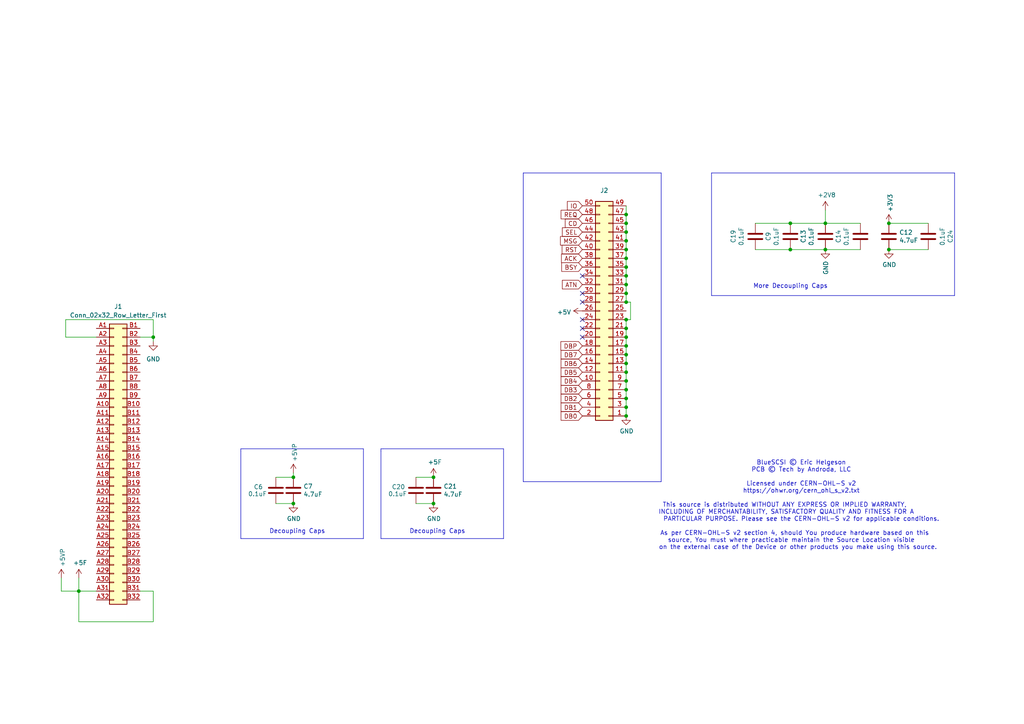
<source format=kicad_sch>
(kicad_sch (version 20231120) (generator "eeschema") (generator_version "8.0")
  (paper "A4")
  (title_block (title "BlueSCSI V2, Desktop 50 Pin, Top Connector, 2023.10a") (date "October 2023") (rev "1") (company "Tech by Androda, LLC"))
  (lib_symbols
    (symbol "Connector_Generic:Conn_02x25_Odd_Even" (pin_names (offset 1.016) hide)
      (property "Reference" "J" (at 1.27 33.02 0))
      (property "Value" "Conn_02x25_Odd_Even" (at 1.27 -33.02 0))
      (symbol "Conn_02x25_Odd_Even_1_1"
        (rectangle (start -1.27 -30.353) (end 0 -30.607) (stroke (width 0.1524)))
        (rectangle (start -1.27 -27.813) (end 0 -28.067) (stroke (width 0.1524)))
        (rectangle (start -1.27 -25.273) (end 0 -25.527) (stroke (width 0.1524)))
        (rectangle (start -1.27 -22.733) (end 0 -22.987) (stroke (width 0.1524)))
        (rectangle (start -1.27 -20.193) (end 0 -20.447) (stroke (width 0.1524)))
        (rectangle (start -1.27 -17.653) (end 0 -17.907) (stroke (width 0.1524)))
        (rectangle (start -1.27 -15.113) (end 0 -15.367) (stroke (width 0.1524)))
        (rectangle (start -1.27 -12.573) (end 0 -12.827) (stroke (width 0.1524)))
        (rectangle (start -1.27 -10.033) (end 0 -10.287) (stroke (width 0.1524)))
        (rectangle (start -1.27 -7.493) (end 0 -7.747) (stroke (width 0.1524)))
        (rectangle (start -1.27 -4.953) (end 0 -5.207) (stroke (width 0.1524)))
        (rectangle (start -1.27 -2.413) (end 0 -2.667) (stroke (width 0.1524)))
        (rectangle (start -1.27 0.127) (end 0 -0.127) (stroke (width 0.1524)))
        (rectangle (start -1.27 2.667) (end 0 2.413) (stroke (width 0.1524)))
        (rectangle (start -1.27 5.207) (end 0 4.953) (stroke (width 0.1524)))
        (rectangle (start -1.27 7.747) (end 0 7.493) (stroke (width 0.1524)))
        (rectangle (start -1.27 10.287) (end 0 10.033) (stroke (width 0.1524)))
        (rectangle (start -1.27 12.827) (end 0 12.573) (stroke (width 0.1524)))
        (rectangle (start -1.27 15.367) (end 0 15.113) (stroke (width 0.1524)))
        (rectangle (start -1.27 17.907) (end 0 17.653) (stroke (width 0.1524)))
        (rectangle (start -1.27 20.447) (end 0 20.193) (stroke (width 0.1524)))
        (rectangle (start -1.27 22.987) (end 0 22.733) (stroke (width 0.1524)))
        (rectangle (start -1.27 25.527) (end 0 25.273) (stroke (width 0.1524)))
        (rectangle (start -1.27 28.067) (end 0 27.813) (stroke (width 0.1524)))
        (rectangle (start -1.27 30.607) (end 0 30.353) (stroke (width 0.1524)))
        (rectangle (start -1.27 31.75) (end 3.81 -31.75) (stroke (width 0.254)) (fill (type background)))
        (rectangle (start 3.81 -30.353) (end 2.54 -30.607) (stroke (width 0.1524)))
        (rectangle (start 3.81 -27.813) (end 2.54 -28.067) (stroke (width 0.1524)))
        (rectangle (start 3.81 -25.273) (end 2.54 -25.527) (stroke (width 0.1524)))
        (rectangle (start 3.81 -22.733) (end 2.54 -22.987) (stroke (width 0.1524)))
        (rectangle (start 3.81 -20.193) (end 2.54 -20.447) (stroke (width 0.1524)))
        (rectangle (start 3.81 -17.653) (end 2.54 -17.907) (stroke (width 0.1524)))
        (rectangle (start 3.81 -15.113) (end 2.54 -15.367) (stroke (width 0.1524)))
        (rectangle (start 3.81 -12.573) (end 2.54 -12.827) (stroke (width 0.1524)))
        (rectangle (start 3.81 -10.033) (end 2.54 -10.287) (stroke (width 0.1524)))
        (rectangle (start 3.81 -7.493) (end 2.54 -7.747) (stroke (width 0.1524)))
        (rectangle (start 3.81 -4.953) (end 2.54 -5.207) (stroke (width 0.1524)))
        (rectangle (start 3.81 -2.413) (end 2.54 -2.667) (stroke (width 0.1524)))
        (rectangle (start 3.81 0.127) (end 2.54 -0.127) (stroke (width 0.1524)))
        (rectangle (start 3.81 2.667) (end 2.54 2.413) (stroke (width 0.1524)))
        (rectangle (start 3.81 5.207) (end 2.54 4.953) (stroke (width 0.1524)))
        (rectangle (start 3.81 7.747) (end 2.54 7.493) (stroke (width 0.1524)))
        (rectangle (start 3.81 10.287) (end 2.54 10.033) (stroke (width 0.1524)))
        (rectangle (start 3.81 12.827) (end 2.54 12.573) (stroke (width 0.1524)))
        (rectangle (start 3.81 15.367) (end 2.54 15.113) (stroke (width 0.1524)))
        (rectangle (start 3.81 17.907) (end 2.54 17.653) (stroke (width 0.1524)))
        (rectangle (start 3.81 20.447) (end 2.54 20.193) (stroke (width 0.1524)))
        (rectangle (start 3.81 22.987) (end 2.54 22.733) (stroke (width 0.1524)))
        (rectangle (start 3.81 25.527) (end 2.54 25.273) (stroke (width 0.1524)))
        (rectangle (start 3.81 28.067) (end 2.54 27.813) (stroke (width 0.1524)))
        (rectangle (start 3.81 30.607) (end 2.54 30.353) (stroke (width 0.1524)))
        (pin passive line (at -5.08 30.48 0) (length 3.81) (name "Pin_1") (number "1"))
        (pin passive line (at 7.62 20.32 180) (length 3.81) (name "Pin_10") (number "10"))
        (pin passive line (at -5.08 17.78 0) (length 3.81) (name "Pin_11") (number "11"))
        (pin passive line (at 7.62 17.78 180) (length 3.81) (name "Pin_12") (number "12"))
        (pin passive line (at -5.08 15.24 0) (length 3.81) (name "Pin_13") (number "13"))
        (pin passive line (at 7.62 15.24 180) (length 3.81) (name "Pin_14") (number "14"))
        (pin passive line (at -5.08 12.7 0) (length 3.81) (name "Pin_15") (number "15"))
        (pin passive line (at 7.62 12.7 180) (length 3.81) (name "Pin_16") (number "16"))
        (pin passive line (at -5.08 10.16 0) (length 3.81) (name "Pin_17") (number "17"))
        (pin passive line (at 7.62 10.16 180) (length 3.81) (name "Pin_18") (number "18"))
        (pin passive line (at -5.08 7.62 0) (length 3.81) (name "Pin_19") (number "19"))
        (pin passive line (at 7.62 30.48 180) (length 3.81) (name "Pin_2") (number "2"))
        (pin passive line (at 7.62 7.62 180) (length 3.81) (name "Pin_20") (number "20"))
        (pin passive line (at -5.08 5.08 0) (length 3.81) (name "Pin_21") (number "21"))
        (pin passive line (at 7.62 5.08 180) (length 3.81) (name "Pin_22") (number "22"))
        (pin passive line (at -5.08 2.54 0) (length 3.81) (name "Pin_23") (number "23"))
        (pin passive line (at 7.62 2.54 180) (length 3.81) (name "Pin_24") (number "24"))
        (pin passive line (at -5.08 0 0) (length 3.81) (name "Pin_25") (number "25"))
        (pin passive line (at 7.62 0 180) (length 3.81) (name "Pin_26") (number "26"))
        (pin passive line (at -5.08 -2.54 0) (length 3.81) (name "Pin_27") (number "27"))
        (pin passive line (at 7.62 -2.54 180) (length 3.81) (name "Pin_28") (number "28"))
        (pin passive line (at -5.08 -5.08 0) (length 3.81) (name "Pin_29") (number "29"))
        (pin passive line (at -5.08 27.94 0) (length 3.81) (name "Pin_3") (number "3"))
        (pin passive line (at 7.62 -5.08 180) (length 3.81) (name "Pin_30") (number "30"))
        (pin passive line (at -5.08 -7.62 0) (length 3.81) (name "Pin_31") (number "31"))
        (pin passive line (at 7.62 -7.62 180) (length 3.81) (name "Pin_32") (number "32"))
        (pin passive line (at -5.08 -10.16 0) (length 3.81) (name "Pin_33") (number "33"))
        (pin passive line (at 7.62 -10.16 180) (length 3.81) (name "Pin_34") (number "34"))
        (pin passive line (at -5.08 -12.7 0) (length 3.81) (name "Pin_35") (number "35"))
        (pin passive line (at 7.62 -12.7 180) (length 3.81) (name "Pin_36") (number "36"))
        (pin passive line (at -5.08 -15.24 0) (length 3.81) (name "Pin_37") (number "37"))
        (pin passive line (at 7.62 -15.24 180) (length 3.81) (name "Pin_38") (number "38"))
        (pin passive line (at -5.08 -17.78 0) (length 3.81) (name "Pin_39") (number "39"))
        (pin passive line (at 7.62 27.94 180) (length 3.81) (name "Pin_4") (number "4"))
        (pin passive line (at 7.62 -17.78 180) (length 3.81) (name "Pin_40") (number "40"))
        (pin passive line (at -5.08 -20.32 0) (length 3.81) (name "Pin_41") (number "41"))
        (pin passive line (at 7.62 -20.32 180) (length 3.81) (name "Pin_42") (number "42"))
        (pin passive line (at -5.08 -22.86 0) (length 3.81) (name "Pin_43") (number "43"))
        (pin passive line (at 7.62 -22.86 180) (length 3.81) (name "Pin_44") (number "44"))
        (pin passive line (at -5.08 -25.4 0) (length 3.81) (name "Pin_45") (number "45"))
        (pin passive line (at 7.62 -25.4 180) (length 3.81) (name "Pin_46") (number "46"))
        (pin passive line (at -5.08 -27.94 0) (length 3.81) (name "Pin_47") (number "47"))
        (pin passive line (at 7.62 -27.94 180) (length 3.81) (name "Pin_48") (number "48"))
        (pin passive line (at -5.08 -30.48 0) (length 3.81) (name "Pin_49") (number "49"))
        (pin passive line (at -5.08 25.4 0) (length 3.81) (name "Pin_5") (number "5"))
        (pin passive line (at 7.62 -30.48 180) (length 3.81) (name "Pin_50") (number "50"))
        (pin passive line (at 7.62 25.4 180) (length 3.81) (name "Pin_6") (number "6"))
        (pin passive line (at -5.08 22.86 0) (length 3.81) (name "Pin_7") (number "7"))
        (pin passive line (at 7.62 22.86 180) (length 3.81) (name "Pin_8") (number "8"))
        (pin passive line (at -5.08 20.32 0) (length 3.81) (name "Pin_9") (number "9"))
      )
    )
    (symbol "Connector_Generic:Conn_02x32_Row_Letter_First" (pin_names (offset 1.016) hide)
      (property "Reference" "J1" (at 1.27 44.45 0))
      (property "Value" "Conn_02x32_Row_Letter_First" (at 1.27 41.91 0))
      (symbol "Conn_02x32_Row_Letter_First_1_1"
        (rectangle (start -1.27 -40.513) (end 0 -40.767) (stroke (width 0.1524)))
        (rectangle (start -1.27 -37.973) (end 0 -38.227) (stroke (width 0.1524)))
        (rectangle (start -1.27 -35.433) (end 0 -35.687) (stroke (width 0.1524)))
        (rectangle (start -1.27 -32.893) (end 0 -33.147) (stroke (width 0.1524)))
        (rectangle (start -1.27 -30.353) (end 0 -30.607) (stroke (width 0.1524)))
        (rectangle (start -1.27 -27.813) (end 0 -28.067) (stroke (width 0.1524)))
        (rectangle (start -1.27 -25.273) (end 0 -25.527) (stroke (width 0.1524)))
        (rectangle (start -1.27 -22.733) (end 0 -22.987) (stroke (width 0.1524)))
        (rectangle (start -1.27 -20.193) (end 0 -20.447) (stroke (width 0.1524)))
        (rectangle (start -1.27 -17.653) (end 0 -17.907) (stroke (width 0.1524)))
        (rectangle (start -1.27 -15.113) (end 0 -15.367) (stroke (width 0.1524)))
        (rectangle (start -1.27 -12.573) (end 0 -12.827) (stroke (width 0.1524)))
        (rectangle (start -1.27 -10.033) (end 0 -10.287) (stroke (width 0.1524)))
        (rectangle (start -1.27 -7.493) (end 0 -7.747) (stroke (width 0.1524)))
        (rectangle (start -1.27 -4.953) (end 0 -5.207) (stroke (width 0.1524)))
        (rectangle (start -1.27 -2.413) (end 0 -2.667) (stroke (width 0.1524)))
        (rectangle (start -1.27 0.127) (end 0 -0.127) (stroke (width 0.1524)))
        (rectangle (start -1.27 2.667) (end 0 2.413) (stroke (width 0.1524)))
        (rectangle (start -1.27 5.207) (end 0 4.953) (stroke (width 0.1524)))
        (rectangle (start -1.27 7.747) (end 0 7.493) (stroke (width 0.1524)))
        (rectangle (start -1.27 10.287) (end 0 10.033) (stroke (width 0.1524)))
        (rectangle (start -1.27 12.827) (end 0 12.573) (stroke (width 0.1524)))
        (rectangle (start -1.27 15.367) (end 0 15.113) (stroke (width 0.1524)))
        (rectangle (start -1.27 17.907) (end 0 17.653) (stroke (width 0.1524)))
        (rectangle (start -1.27 20.447) (end 0 20.193) (stroke (width 0.1524)))
        (rectangle (start -1.27 22.987) (end 0 22.733) (stroke (width 0.1524)))
        (rectangle (start -1.27 25.527) (end 0 25.273) (stroke (width 0.1524)))
        (rectangle (start -1.27 28.067) (end 0 27.813) (stroke (width 0.1524)))
        (rectangle (start -1.27 30.607) (end 0 30.353) (stroke (width 0.1524)))
        (rectangle (start -1.27 33.147) (end 0 32.893) (stroke (width 0.1524)))
        (rectangle (start -1.27 35.687) (end 0 35.433) (stroke (width 0.1524)))
        (rectangle (start -1.27 38.227) (end 0 37.973) (stroke (width 0.1524)))
        (rectangle (start -1.27 39.37) (end 3.81 -41.91) (stroke (width 0.254)) (fill (type background)))
        (rectangle (start 3.81 -40.513) (end 2.54 -40.767) (stroke (width 0.1524)))
        (rectangle (start 3.81 -37.973) (end 2.54 -38.227) (stroke (width 0.1524)))
        (rectangle (start 3.81 -35.433) (end 2.54 -35.687) (stroke (width 0.1524)))
        (rectangle (start 3.81 -32.893) (end 2.54 -33.147) (stroke (width 0.1524)))
        (rectangle (start 3.81 -30.353) (end 2.54 -30.607) (stroke (width 0.1524)))
        (rectangle (start 3.81 -27.813) (end 2.54 -28.067) (stroke (width 0.1524)))
        (rectangle (start 3.81 -25.273) (end 2.54 -25.527) (stroke (width 0.1524)))
        (rectangle (start 3.81 -22.733) (end 2.54 -22.987) (stroke (width 0.1524)))
        (rectangle (start 3.81 -20.193) (end 2.54 -20.447) (stroke (width 0.1524)))
        (rectangle (start 3.81 -17.653) (end 2.54 -17.907) (stroke (width 0.1524)))
        (rectangle (start 3.81 -15.113) (end 2.54 -15.367) (stroke (width 0.1524)))
        (rectangle (start 3.81 -12.573) (end 2.54 -12.827) (stroke (width 0.1524)))
        (rectangle (start 3.81 -10.033) (end 2.54 -10.287) (stroke (width 0.1524)))
        (rectangle (start 3.81 -7.493) (end 2.54 -7.747) (stroke (width 0.1524)))
        (rectangle (start 3.81 -4.953) (end 2.54 -5.207) (stroke (width 0.1524)))
        (rectangle (start 3.81 -2.413) (end 2.54 -2.667) (stroke (width 0.1524)))
        (rectangle (start 3.81 0.127) (end 2.54 -0.127) (stroke (width 0.1524)))
        (rectangle (start 3.81 2.667) (end 2.54 2.413) (stroke (width 0.1524)))
        (rectangle (start 3.81 5.207) (end 2.54 4.953) (stroke (width 0.1524)))
        (rectangle (start 3.81 7.747) (end 2.54 7.493) (stroke (width 0.1524)))
        (rectangle (start 3.81 10.287) (end 2.54 10.033) (stroke (width 0.1524)))
        (rectangle (start 3.81 12.827) (end 2.54 12.573) (stroke (width 0.1524)))
        (rectangle (start 3.81 15.367) (end 2.54 15.113) (stroke (width 0.1524)))
        (rectangle (start 3.81 17.907) (end 2.54 17.653) (stroke (width 0.1524)))
        (rectangle (start 3.81 20.447) (end 2.54 20.193) (stroke (width 0.1524)))
        (rectangle (start 3.81 22.987) (end 2.54 22.733) (stroke (width 0.1524)))
        (rectangle (start 3.81 25.527) (end 2.54 25.273) (stroke (width 0.1524)))
        (rectangle (start 3.81 28.067) (end 2.54 27.813) (stroke (width 0.1524)))
        (rectangle (start 3.81 30.607) (end 2.54 30.353) (stroke (width 0.1524)))
        (rectangle (start 3.81 33.147) (end 2.54 32.893) (stroke (width 0.1524)))
        (rectangle (start 3.81 35.687) (end 2.54 35.433) (stroke (width 0.1524)))
        (rectangle (start 3.81 38.227) (end 2.54 37.973) (stroke (width 0.1524)))
        (pin passive line (at -5.08 38.1 0) (length 3.81) (name "Pin_a1") (number "A1"))
        (pin passive line (at -5.08 15.24 0) (length 3.81) (name "Pin_a10") (number "A10"))
        (pin passive line (at -5.08 12.7 0) (length 3.81) (name "Pin_a11") (number "A11"))
        (pin passive line (at -5.08 10.16 0) (length 3.81) (name "Pin_a12") (number "A12"))
        (pin passive line (at -5.08 7.62 0) (length 3.81) (name "Pin_a13") (number "A13"))
        (pin passive line (at -5.08 5.08 0) (length 3.81) (name "Pin_a14") (number "A14"))
        (pin passive line (at -5.08 2.54 0) (length 3.81) (name "Pin_a15") (number "A15"))
        (pin passive line (at -5.08 0 0) (length 3.81) (name "Pin_a16") (number "A16"))
        (pin passive line (at -5.08 -2.54 0) (length 3.81) (name "Pin_a17") (number "A17"))
        (pin passive line (at -5.08 -5.08 0) (length 3.81) (name "Pin_a18") (number "A18"))
        (pin passive line (at -5.08 -7.62 0) (length 3.81) (name "Pin_a19") (number "A19"))
        (pin passive line (at -5.08 35.56 0) (length 3.81) (name "Pin_a2") (number "A2"))
        (pin passive line (at -5.08 -10.16 0) (length 3.81) (name "Pin_a20") (number "A20"))
        (pin passive line (at -5.08 -12.7 0) (length 3.81) (name "Pin_a21") (number "A21"))
        (pin passive line (at -5.08 -15.24 0) (length 3.81) (name "Pin_a22") (number "A22"))
        (pin passive line (at -5.08 -17.78 0) (length 3.81) (name "Pin_a23") (number "A23"))
        (pin passive line (at -5.08 -20.32 0) (length 3.81) (name "Pin_a24") (number "A24"))
        (pin passive line (at -5.08 -22.86 0) (length 3.81) (name "Pin_a25") (number "A25"))
        (pin passive line (at -5.08 -25.4 0) (length 3.81) (name "Pin_a26") (number "A26"))
        (pin passive line (at -5.08 -27.94 0) (length 3.81) (name "Pin_a27") (number "A27"))
        (pin passive line (at -5.08 -30.48 0) (length 3.81) (name "Pin_a28") (number "A28"))
        (pin passive line (at -5.08 -33.02 0) (length 3.81) (name "Pin_a29") (number "A29"))
        (pin passive line (at -5.08 33.02 0) (length 3.81) (name "Pin_a3") (number "A3"))
        (pin passive line (at -5.08 -35.56 0) (length 3.81) (name "Pin_a30") (number "A30"))
        (pin passive line (at -5.08 -38.1 0) (length 3.81) (name "Pin_a31") (number "A31"))
        (pin passive line (at -5.08 -40.64 0) (length 3.81) (name "Pin_a32") (number "A32"))
        (pin passive line (at -5.08 30.48 0) (length 3.81) (name "Pin_a4") (number "A4"))
        (pin passive line (at -5.08 27.94 0) (length 3.81) (name "Pin_a5") (number "A5"))
        (pin passive line (at -5.08 25.4 0) (length 3.81) (name "Pin_a6") (number "A6"))
        (pin passive line (at -5.08 22.86 0) (length 3.81) (name "Pin_a7") (number "A7"))
        (pin passive line (at -5.08 20.32 0) (length 3.81) (name "Pin_a8") (number "A8"))
        (pin passive line (at -5.08 17.78 0) (length 3.81) (name "Pin_a9") (number "A9"))
        (pin passive line (at 7.62 38.1 180) (length 3.81) (name "Pin_b1") (number "B1"))
        (pin passive line (at 7.62 15.24 180) (length 3.81) (name "Pin_b10") (number "B10"))
        (pin passive line (at 7.62 12.7 180) (length 3.81) (name "Pin_b11") (number "B11"))
        (pin passive line (at 7.62 10.16 180) (length 3.81) (name "Pin_b12") (number "B12"))
        (pin passive line (at 7.62 7.62 180) (length 3.81) (name "Pin_b13") (number "B13"))
        (pin passive line (at 7.62 5.08 180) (length 3.81) (name "Pin_b14") (number "B14"))
        (pin passive line (at 7.62 2.54 180) (length 3.81) (name "Pin_b15") (number "B15"))
        (pin passive line (at 7.62 0 180) (length 3.81) (name "Pin_b16") (number "B16"))
        (pin passive line (at 7.62 -2.54 180) (length 3.81) (name "Pin_b17") (number "B17"))
        (pin passive line (at 7.62 -5.08 180) (length 3.81) (name "Pin_b18") (number "B18"))
        (pin passive line (at 7.62 -7.62 180) (length 3.81) (name "Pin_b19") (number "B19"))
        (pin passive line (at 7.62 35.56 180) (length 3.81) (name "Pin_b2") (number "B2"))
        (pin passive line (at 7.62 -10.16 180) (length 3.81) (name "Pin_b20") (number "B20"))
        (pin passive line (at 7.62 -12.7 180) (length 3.81) (name "Pin_b21") (number "B21"))
        (pin passive line (at 7.62 -15.24 180) (length 3.81) (name "Pin_b22") (number "B22"))
        (pin passive line (at 7.62 -17.78 180) (length 3.81) (name "Pin_b23") (number "B23"))
        (pin passive line (at 7.62 -20.32 180) (length 3.81) (name "Pin_b24") (number "B24"))
        (pin passive line (at 7.62 -22.86 180) (length 3.81) (name "Pin_b25") (number "B25"))
        (pin passive line (at 7.62 -25.4 180) (length 3.81) (name "Pin_b26") (number "B26"))
        (pin passive line (at 7.62 -27.94 180) (length 3.81) (name "Pin_b27") (number "B27"))
        (pin passive line (at 7.62 -30.48 180) (length 3.81) (name "Pin_b28") (number "B28"))
        (pin passive line (at 7.62 -33.02 180) (length 3.81) (name "Pin_b29") (number "B29"))
        (pin passive line (at 7.62 33.02 180) (length 3.81) (name "Pin_b3") (number "B3"))
        (pin passive line (at 7.62 -35.56 180) (length 3.81) (name "Pin_b30") (number "B30"))
        (pin passive line (at 7.62 -38.1 180) (length 3.81) (name "Pin_b31") (number "B31"))
        (pin passive line (at 7.62 -40.64 180) (length 3.81) (name "Pin_b32") (number "B32"))
        (pin passive line (at 7.62 30.48 180) (length 3.81) (name "Pin_b4") (number "B4"))
        (pin passive line (at 7.62 27.94 180) (length 3.81) (name "Pin_b5") (number "B5"))
        (pin passive line (at 7.62 25.4 180) (length 3.81) (name "Pin_b6") (number "B6"))
        (pin passive line (at 7.62 22.86 180) (length 3.81) (name "Pin_b7") (number "B7"))
        (pin passive line (at 7.62 20.32 180) (length 3.81) (name "Pin_b8") (number "B8"))
        (pin passive line (at 7.62 17.78 180) (length 3.81) (name "Pin_b9") (number "B9"))
      )
    )
    (symbol "Device:C" (pin_numbers hide) (pin_names (offset 0.254))
      (property "Reference" "C" (at 0.635 2.54 0))
      (property "Value" "C" (at 0.635 -2.54 0))
      (symbol "C_0_1"
        (polyline (pts (xy -2.032 -0.762) (xy 2.032 -0.762)) (stroke (width 0.508)))
        (polyline (pts (xy -2.032 0.762) (xy 2.032 0.762)) (stroke (width 0.508)))
      )
      (symbol "C_1_1"
        (pin passive line (at 0 3.81 270) (length 2.794) (name "~") (number "1"))
        (pin passive line (at 0 -3.81 90) (length 2.794) (name "~") (number "2"))
      )
    )
    (symbol "GND_1" (power) (pin_numbers hide) (pin_names (offset 0) hide)
      (property "Value" "GND" (at 0 -3.81 0))
      (symbol "GND_1_0_1"
        (polyline (pts (xy 0 0) (xy 0 -1.27) (xy 1.27 -1.27) (xy 0 -2.54) (xy -1.27 -1.27) (xy 0 -1.27)))
      )
      (symbol "GND_1_1_1"
        (pin power_in line (at 0 0 270) (length 0) (name "~") (number "1"))
      )
    )
    (symbol "custom_symbols:+5V_TPWR" (power) (pin_names (offset 0))
      (property "Value" "custom_symbols_+5V_TPWR" (at 0 3.556 0))
      (symbol "+5V_TPWR_0_1"
        (polyline (pts (xy -0.762 1.27) (xy 0 2.54)))
        (polyline (pts (xy 0 0) (xy 0 2.54)))
        (polyline (pts (xy 0 2.54) (xy 0.762 1.27)))
      )
      (symbol "+5V_TPWR_1_1"
        (pin power_in line (at 0 0 90) (length 0) hide (name "+5V") (number "1"))
      )
    )
    (symbol "power:+2V8" (power) (pin_names (offset 0))
      (property "Value" "+2V8" (at 0 3.556 0))
      (symbol "+2V8_0_1"
        (polyline (pts (xy -0.762 1.27) (xy 0 2.54)))
        (polyline (pts (xy 0 0) (xy 0 2.54)))
        (polyline (pts (xy 0 2.54) (xy 0.762 1.27)))
      )
      (symbol "+2V8_1_1"
        (pin power_in line (at 0 0 90) (length 0) hide (name "+2V8") (number "1"))
      )
    )
    (symbol "power:+3V3" (power) (pin_names (offset 0))
      (property "Value" "+3V3" (at 0 3.556 0))
      (symbol "+3V3_0_1"
        (polyline (pts (xy -0.762 1.27) (xy 0 2.54)))
        (polyline (pts (xy 0 0) (xy 0 2.54)))
        (polyline (pts (xy 0 2.54) (xy 0.762 1.27)))
      )
      (symbol "+3V3_1_1"
        (pin power_in line (at 0 0 90) (length 0) hide (name "+3V3") (number "1"))
      )
    )
    (symbol "power:+5F" (power) (pin_names (offset 0))
      (property "Value" "+5F" (at 0 3.556 0))
      (symbol "+5F_0_1"
        (polyline (pts (xy -0.762 1.27) (xy 0 2.54)))
        (polyline (pts (xy 0 0) (xy 0 2.54)))
        (polyline (pts (xy 0 2.54) (xy 0.762 1.27)))
      )
      (symbol "+5F_1_1"
        (pin power_in line (at 0 0 90) (length 0) hide (name "+5F") (number "1"))
      )
    )
    (symbol "power:+5VP" (power) (pin_names (offset 0))
      (property "Value" "+5VP" (at 0 3.556 0))
      (symbol "+5VP_0_1"
        (polyline (pts (xy -0.762 1.27) (xy 0 2.54)))
        (polyline (pts (xy 0 0) (xy 0 2.54)))
        (polyline (pts (xy 0 2.54) (xy 0.762 1.27)))
      )
      (symbol "+5VP_1_1"
        (pin power_in line (at 0 0 90) (length 0) hide (name "+5VP") (number "1"))
      )
    )
    (symbol "power:GND" (power) (pin_names (offset 0))
      (property "Value" "GND" (at 0 -3.81 0))
      (symbol "GND_0_1"
        (polyline (pts (xy 0 0) (xy 0 -1.27) (xy 1.27 -1.27) (xy 0 -2.54) (xy -1.27 -1.27) (xy 0 -1.27)))
      )
      (symbol "GND_1_1"
        (pin power_in line (at 0 0 270) (length 0) hide (name "GND") (number "1"))
      )
    )
  )
  (junction (at 181.61 67.31))
  (junction (at 181.61 69.85))
  (junction (at 22.86 171.45))
  (junction (at 181.61 72.39))
  (junction (at 181.61 118.11))
  (junction (at 181.61 95.25))
  (junction (at 239.395 72.39))
  (junction (at 181.61 110.49))
  (junction (at 125.73 146.05))
  (junction (at 181.61 77.47))
  (junction (at 181.61 113.03))
  (junction (at 181.61 80.01))
  (junction (at 181.61 107.95))
  (junction (at 239.395 64.77))
  (junction (at 181.61 87.63))
  (junction (at 181.61 102.87))
  (junction (at 181.61 120.65))
  (junction (at 181.61 97.79))
  (junction (at 181.61 100.33))
  (junction (at 181.61 115.57))
  (junction (at 181.61 62.23))
  (junction (at 229.235 72.39))
  (junction (at 125.73 138.43))
  (junction (at 181.61 82.55))
  (junction (at 181.61 74.93))
  (junction (at 257.81 72.39))
  (junction (at 181.61 92.71))
  (junction (at 181.61 64.77))
  (junction (at 85.09 138.43))
  (junction (at 181.61 85.09))
  (junction (at 229.235 64.77))
  (junction (at 85.09 146.05))
  (junction (at 44.45 97.79))
  (junction (at 181.61 105.41))
  (junction (at 257.81 64.77))
  (no_connect (at 168.91 80.01))
  (no_connect (at 168.91 87.63))
  (no_connect (at 168.91 95.25))
  (no_connect (at 168.91 92.71))
  (no_connect (at 168.91 97.79))
  (no_connect (at 168.91 85.09))
  (wire (pts (xy 239.395 72.39) (xy 249.555 72.39)))
  (polyline (pts (xy 111.125 130.175) (xy 110.49 130.175)))
  (polyline (pts (xy 69.85 130.81) (xy 69.85 156.21)))
  (wire (pts (xy 182.88 87.63) (xy 181.61 87.63)))
  (wire (pts (xy 181.61 107.95) (xy 181.61 105.41)))
  (wire (pts (xy 181.61 80.01) (xy 181.61 77.47)))
  (wire (pts (xy 219.075 72.39) (xy 229.235 72.39)))
  (wire (pts (xy 181.61 62.23) (xy 181.61 59.69)))
  (wire (pts (xy 239.395 64.77) (xy 249.555 64.77)))
  (wire (pts (xy 181.61 110.49) (xy 181.61 107.95)))
  (polyline (pts (xy 110.49 130.175) (xy 110.49 130.81)))
  (polyline (pts (xy 191.77 50.165) (xy 151.765 50.165)))
  (wire (pts (xy 17.78 171.45) (xy 22.86 171.45)))
  (polyline (pts (xy 70.485 130.175) (xy 69.85 130.175)))
  (wire (pts (xy 27.94 171.45) (xy 22.86 171.45)))
  (wire (pts (xy 239.395 60.96) (xy 239.395 64.77)))
  (wire (pts (xy 44.45 97.79) (xy 40.64 97.79)))
  (wire (pts (xy 182.88 92.71) (xy 182.88 87.63)))
  (polyline (pts (xy 111.125 130.175) (xy 146.05 130.175)))
  (wire (pts (xy 229.235 72.39) (xy 239.395 72.39)))
  (wire (pts (xy 85.09 137.16) (xy 85.09 138.43)))
  (wire (pts (xy 181.61 82.55) (xy 181.61 80.01)))
  (wire (pts (xy 181.61 87.63) (xy 181.61 85.09)))
  (wire (pts (xy 181.61 72.39) (xy 181.61 69.85)))
  (wire (pts (xy 219.075 64.77) (xy 229.235 64.77)))
  (polyline (pts (xy 105.41 156.21) (xy 105.41 130.175)))
  (wire (pts (xy 44.45 180.34) (xy 44.45 171.45)))
  (wire (pts (xy 257.81 72.39) (xy 269.24 72.39)))
  (wire (pts (xy 229.235 64.77) (xy 239.395 64.77)))
  (polyline (pts (xy 69.85 156.21) (xy 105.41 156.21)))
  (wire (pts (xy 22.86 171.45) (xy 22.86 180.34)))
  (wire (pts (xy 181.61 113.03) (xy 181.61 110.49)))
  (wire (pts (xy 181.61 118.11) (xy 181.61 115.57)))
  (wire (pts (xy 181.61 95.25) (xy 181.61 92.71)))
  (polyline (pts (xy 276.86 50.165) (xy 276.86 85.725)))
  (wire (pts (xy 181.61 92.71) (xy 182.88 92.71)))
  (wire (pts (xy 19.05 97.79) (xy 19.05 92.71)))
  (polyline (pts (xy 110.49 130.81) (xy 110.49 156.21)))
  (wire (pts (xy 181.61 100.33) (xy 181.61 97.79)))
  (wire (pts (xy 44.45 171.45) (xy 40.64 171.45)))
  (polyline (pts (xy 276.86 85.725) (xy 206.375 85.725)))
  (wire (pts (xy 181.61 69.85) (xy 181.61 67.31)))
  (wire (pts (xy 181.61 85.09) (xy 181.61 82.55)))
  (wire (pts (xy 19.05 92.71) (xy 44.45 92.71)))
  (wire (pts (xy 181.61 67.31) (xy 181.61 64.77)))
  (wire (pts (xy 120.65 138.43) (xy 125.73 138.43)))
  (polyline (pts (xy 110.49 156.21) (xy 146.05 156.21)))
  (wire (pts (xy 181.61 120.65) (xy 181.61 118.11)))
  (wire (pts (xy 181.61 97.79) (xy 181.61 95.25)))
  (wire (pts (xy 181.61 115.57) (xy 181.61 113.03)))
  (wire (pts (xy 80.01 138.43) (xy 85.09 138.43)))
  (wire (pts (xy 120.65 146.05) (xy 125.73 146.05)))
  (wire (pts (xy 181.61 77.47) (xy 181.61 74.93)))
  (polyline (pts (xy 70.485 130.175) (xy 105.41 130.175)))
  (polyline (pts (xy 206.375 50.165) (xy 206.375 85.725)))
  (polyline (pts (xy 151.765 139.7) (xy 191.77 139.7)))
  (polyline (pts (xy 146.05 156.21) (xy 146.05 130.175)))
  (wire (pts (xy 181.61 105.41) (xy 181.61 102.87)))
  (wire (pts (xy 44.45 97.79) (xy 44.45 99.06)))
  (wire (pts (xy 80.01 146.05) (xy 85.09 146.05)))
  (wire (pts (xy 181.61 102.87) (xy 181.61 100.33)))
  (wire (pts (xy 181.61 64.77) (xy 181.61 62.23)))
  (polyline (pts (xy 151.765 50.165) (xy 151.765 139.7)))
  (polyline (pts (xy 69.85 130.175) (xy 69.85 130.81)))
  (wire (pts (xy 22.86 180.34) (xy 44.45 180.34)))
  (wire (pts (xy 22.86 167.64) (xy 22.86 171.45)))
  (polyline (pts (xy 191.77 50.165) (xy 191.77 139.7)))
  (wire (pts (xy 257.81 64.77) (xy 269.24 64.77)))
  (wire (pts (xy 181.61 74.93) (xy 181.61 72.39)))
  (wire (pts (xy 44.45 92.71) (xy 44.45 97.79)))
  (polyline (pts (xy 206.375 50.165) (xy 276.86 50.165)))
  (wire (pts (xy 17.78 167.64) (xy 17.78 171.45)))
  (wire (pts (xy 27.94 97.79) (xy 19.05 97.79)))
  (text "Decoupling Caps" (at 118.745 154.94 0) (effects (font (size 1.27 1.27)) (justify left bottom)))
  (text "Decoupling Caps" (at 78.105 154.94 0) (effects (font (size 1.27 1.27)) (justify left bottom)))
  (text "More Decoupling Caps" (at 218.44 83.82 0) (effects (font (size 1.27 1.27)) (justify left bottom)))
  (text "BlueSCSI © Eric Helgeson\nPCB © Tech by Androda, LLC\n\nLicensed under CERN-OHL-S v2\nhttps://ohwr.org/cern_ohl_s_v2.txt\n\nThis source is distributed WITHOUT ANY EXPRESS OR IMPLIED WARRANTY,          \nINCLUDING OF MERCHANTABILITY, SATISFACTORY QUALITY AND FITNESS FOR A         \nPARTICULAR PURPOSE. Please see the CERN-OHL-S v2 for applicable conditions.\n\nAs per CERN-OHL-S v2 section 4, should You produce hardware based on this    \nsource, You must where practicable maintain the Source Location visible      \non the external case of the Device or other products you make using this source.  \n" (at 232.41 146.558 0) (effects (font (size 1.27 1.27))))
  (global_label "IO" (shape input) (at 168.91 59.69 180) (property "Intersheetrefs" "${INTERSHEET_REFS}" (effects (hide yes))))
  (global_label "CD" (shape input) (at 168.91 64.77 180) (property "Intersheetrefs" "${INTERSHEET_REFS}" (effects (hide yes))))
  (global_label "DB7" (shape input) (at 168.91 102.87 180) (property "Intersheetrefs" "${INTERSHEET_REFS}" (effects (hide yes))))
  (global_label "DB2" (shape input) (at 168.91 115.57 180) (property "Intersheetrefs" "${INTERSHEET_REFS}" (effects (hide yes))))
  (global_label "ACK" (shape input) (at 168.91 74.93 180) (property "Intersheetrefs" "${INTERSHEET_REFS}" (effects (hide yes))))
  (global_label "SEL" (shape input) (at 168.91 67.31 180) (property "Intersheetrefs" "${INTERSHEET_REFS}" (effects (hide yes))))
  (global_label "DB6" (shape input) (at 168.91 105.41 180) (property "Intersheetrefs" "${INTERSHEET_REFS}" (effects (hide yes))))
  (global_label "MSG" (shape input) (at 168.91 69.85 180) (property "Intersheetrefs" "${INTERSHEET_REFS}" (effects (hide yes))))
  (global_label "BSY" (shape input) (at 168.91 77.47 180) (property "Intersheetrefs" "${INTERSHEET_REFS}" (effects (hide yes))))
  (global_label "DB1" (shape input) (at 168.91 118.11 180) (property "Intersheetrefs" "${INTERSHEET_REFS}" (effects (hide yes))))
  (global_label "DB3" (shape input) (at 168.91 113.03 180) (property "Intersheetrefs" "${INTERSHEET_REFS}" (effects (hide yes))))
  (global_label "ATN" (shape input) (at 168.91 82.55 180) (property "Intersheetrefs" "${INTERSHEET_REFS}" (effects (hide yes))))
  (global_label "DB0" (shape input) (at 168.91 120.65 180) (property "Intersheetrefs" "${INTERSHEET_REFS}" (effects (hide yes))))
  (global_label "DB4" (shape input) (at 168.91 110.49 180) (property "Intersheetrefs" "${INTERSHEET_REFS}" (effects (hide yes))))
  (global_label "DB5" (shape input) (at 168.91 107.95 180) (property "Intersheetrefs" "${INTERSHEET_REFS}" (effects (hide yes))))
  (global_label "RST" (shape input) (at 168.91 72.39 180) (property "Intersheetrefs" "${INTERSHEET_REFS}" (effects (hide yes))))
  (global_label "REQ" (shape input) (at 168.91 62.23 180) (property "Intersheetrefs" "${INTERSHEET_REFS}" (effects (hide yes))))
  (global_label "DBP" (shape input) (at 168.91 100.33 180) (property "Intersheetrefs" "${INTERSHEET_REFS}" (effects (hide yes))))
  (symbol (lib_id "Device:C") (at 80.01 142.24 180) (unit 1)
    (property "Reference" "C6" (at 74.93 141.224 0))
    (property "Value" "0.1uF" (at 74.676 143.256 0))
    (property "Footprint" "Capacitor_SMD:C_0402_1005Metric" (effects (hide yes)))
    (property "LCSC" "C1525" (effects (hide yes)))
  )
  (symbol (lib_id "Connector_Generic:Conn_02x32_Row_Letter_First") (at 33.02 133.35 0) (unit 1)
    (property "Reference" "J1" (at 34.29 88.9 0))
    (property "Value" "Conn_02x32_Row_Letter_First" (at 34.29 91.44 0))
    (property "Footprint" "BlackSASI:FAB64Q" (effects (hide yes)))
    (property "Description" "Generic connector, double row, 02x32, row letter first pin numbering scheme (pin number consists of a letter for the row and a number for the pin index in this row. a1, ..., aN; b1, ..., bN), script generated (kicad-library-utils/schlib/autogen/connector/)" (effects (hide yes)))
  )
  (symbol (lib_id "power:+5F") (at 125.73 138.43 0) (unit 1)
    (property "Reference" "#PWR070" (effects (hide yes)))
    (property "Value" "+5F" (at 126.111 134.0358 0))
  )
  (symbol (lib_id "power:GND") (at 85.09 146.05 0) (unit 1)
    (property "Reference" "#PWR026" (effects (hide yes)))
    (property "Value" "GND" (at 85.217 150.4442 0))
  )
  (symbol (lib_id "power:+5F") (at 22.86 167.64 0) (unit 1)
    (property "Reference" "#PWR018" (effects (hide yes)))
    (property "Value" "+5F" (at 23.241 163.2458 0))
  )
  (symbol (lib_id "power:+3V3") (at 257.81 64.77 0) (unit 1)
    (property "Reference" "#PWR048" (effects (hide yes)))
    (property "Value" "+3V3" (at 258.191 61.5188 90) (effects (justify left)))
  )
  (symbol (lib_id "Connector_Generic:Conn_02x25_Odd_Even") (at 176.53 90.17 180) (unit 1)
    (property "Reference" "J2" (at 175.26 55.245 0))
    (property "Value" "Conn_02x25_Odd_Even" (effects (hide yes)))
    (property "Footprint" "Connector_IDC:IDC-Header_2x25_P2.54mm_Horizontal" (effects (hide yes)))
    (property "LCSC" "C383615" (effects (hide yes)))
  )
  (symbol (lib_name "GND_1") (lib_id "power:GND") (at 44.45 99.06 0) (unit 1)
    (property "Reference" "#PWR027" (effects (hide yes)))
    (property "Value" "GND" (at 44.45 104.14 0))
    (property "Description" "Power symbol creates a global label with name \"GND\" , ground" (effects (hide yes)))
  )
  (symbol (lib_id "Device:C") (at 120.65 142.24 180) (unit 1)
    (property "Reference" "C20" (at 115.57 141.224 0))
    (property "Value" "0.1uF" (at 115.316 143.256 0))
    (property "Footprint" "Capacitor_SMD:C_0402_1005Metric" (effects (hide yes)))
    (property "LCSC" "C1525" (effects (hide yes)))
  )
  (symbol (lib_id "power:+5VP") (at 85.09 137.16 0) (unit 1)
    (property "Reference" "#PWR025" (effects (hide yes)))
    (property "Value" "+5VP" (at 85.471 133.9088 90) (effects (justify left)))
  )
  (symbol (lib_id "power:GND") (at 257.81 72.39 0) (unit 1)
    (property "Reference" "#PWR050" (effects (hide yes)))
    (property "Value" "GND" (at 257.937 76.7842 0))
  )
  (symbol (lib_id "Device:C") (at 269.24 68.58 0) (unit 1)
    (property "Reference" "C24" (at 275.6408 68.58 90))
    (property "Value" "0.1uF" (at 273.3294 68.58 90))
    (property "Footprint" "Capacitor_SMD:C_0402_1005Metric" (effects (hide yes)))
    (property "LCSC" "C1525" (effects (hide yes)))
  )
  (symbol (lib_id "Device:C") (at 249.555 68.58 180) (unit 1)
    (property "Reference" "C14" (at 243.1542 68.58 90))
    (property "Value" "0.1uF" (at 245.4656 68.58 90))
    (property "Footprint" "Capacitor_SMD:C_0402_1005Metric" (effects (hide yes)))
    (property "LCSC" "C1525" (effects (hide yes)))
  )
  (symbol (lib_id "custom_symbols:+5V_TPWR") (at 168.91 90.17 90) (mirror x) (unit 1)
    (property "Reference" "#PWR0121" (effects (hide yes)))
    (property "Value" "+5V" (at 165.6588 90.551 90) (effects (justify left)))
  )
  (symbol (lib_id "Device:C") (at 229.235 68.58 180) (unit 1)
    (property "Reference" "C9" (at 222.8342 68.58 90))
    (property "Value" "0.1uF" (at 225.1456 68.58 90))
    (property "Footprint" "Capacitor_SMD:C_0402_1005Metric" (effects (hide yes)))
    (property "LCSC" "C1525" (effects (hide yes)))
  )
  (symbol (lib_id "power:GND") (at 239.395 72.39 0) (unit 1)
    (property "Reference" "#PWR056" (effects (hide yes)))
    (property "Value" "GND" (at 239.522 75.6412 90) (effects (justify right)))
  )
  (symbol (lib_id "Device:C") (at 85.09 142.24 0) (unit 1)
    (property "Reference" "C7" (at 88.011 141.0716 0) (effects (justify left)))
    (property "Value" "4.7uF" (at 88.011 143.383 0) (effects (justify left)))
    (property "Footprint" "Capacitor_SMD:C_0805_2012Metric" (effects (hide yes)))
    (property "LCSC" "C1779" (effects (hide yes)))
  )
  (symbol (lib_id "power:GND") (at 125.73 146.05 0) (unit 1)
    (property "Reference" "#PWR071" (effects (hide yes)))
    (property "Value" "GND" (at 125.857 150.4442 0))
  )
  (symbol (lib_id "power:+5VP") (at 17.78 167.64 0) (unit 1)
    (property "Reference" "#PWR019" (effects (hide yes)))
    (property "Value" "+5VP" (at 18.161 164.3888 90) (effects (justify left)))
  )
  (symbol (lib_id "Device:C") (at 239.395 68.58 180) (unit 1)
    (property "Reference" "C13" (at 232.9942 68.58 90))
    (property "Value" "0.1uF" (at 235.3056 68.58 90))
    (property "Footprint" "Capacitor_SMD:C_0402_1005Metric" (effects (hide yes)))
    (property "LCSC" "C1525" (effects (hide yes)))
  )
  (symbol (lib_id "power:+2V8") (at 239.395 60.96 0) (unit 1)
    (property "Reference" "#PWR055" (effects (hide yes)))
    (property "Value" "+2V8" (at 239.776 56.5658 0))
  )
  (symbol (lib_id "power:GND") (at 181.61 120.65 0) (unit 1)
    (property "Reference" "#PWR0120" (effects (hide yes)))
    (property "Value" "GND" (at 181.737 125.0442 0))
  )
  (symbol (lib_id "Device:C") (at 125.73 142.24 0) (unit 1)
    (property "Reference" "C21" (at 128.651 141.0716 0) (effects (justify left)))
    (property "Value" "4.7uF" (at 128.651 143.383 0) (effects (justify left)))
    (property "Footprint" "Capacitor_SMD:C_0805_2012Metric" (effects (hide yes)))
    (property "LCSC" "C1779" (effects (hide yes)))
  )
  (symbol (lib_id "Device:C") (at 219.075 68.58 180) (unit 1)
    (property "Reference" "C19" (at 212.6742 68.58 90))
    (property "Value" "0.1uF" (at 214.9856 68.58 90))
    (property "Footprint" "Capacitor_SMD:C_0402_1005Metric" (effects (hide yes)))
    (property "LCSC" "C1525" (effects (hide yes)))
  )
  (symbol (lib_id "Device:C") (at 257.81 68.58 0) (unit 1)
    (property "Reference" "C12" (at 260.8072 67.4116 0) (effects (justify left)))
    (property "Value" "4.7uF" (at 260.8072 69.723 0) (effects (justify left)))
    (property "Footprint" "Capacitor_SMD:C_0805_2012Metric" (effects (hide yes)))
    (property "Description" "Unpolarized capacitor" (effects (hide yes)))
    (property "LCSC" "C1779" (effects (hide yes)))
  )
)
</source>
